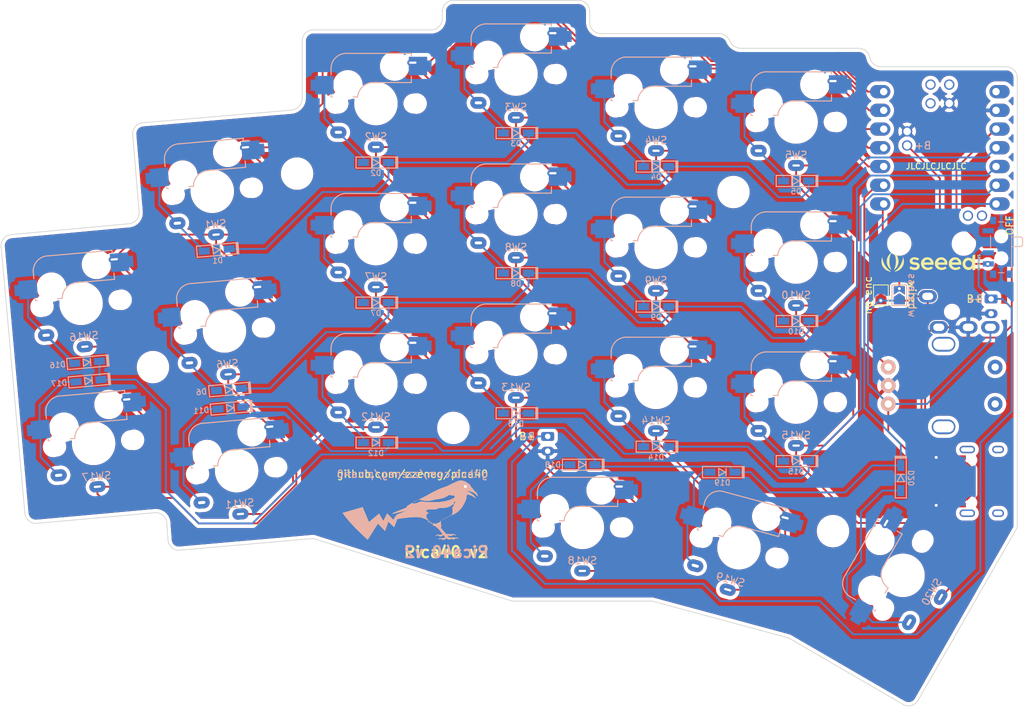
<source format=kicad_pcb>
(kicad_pcb (version 20211014) (generator pcbnew)
  (layers (0 "F.Cu" signal) (31 "B.Cu" signal) (34 "B.Paste" user) (35 "F.Paste" user) (36 "B.SilkS" user "B.Silkscreen") (37 "F.SilkS" user "F.Silkscreen") (38 "B.Mask" user) (39 "F.Mask" user) (44 "Edge.Cuts" user))
  (net 0 "")
  (net 1 "BATT")
  (net 2 "GND")
  (net 3 "RAW")
  (net 4 "row0")
  (net 5 "Net-(D1-Pad2)")
  (net 6 "Net-(D2-Pad2)")
  (net 7 "Net-(D3-Pad2)")
  (net 8 "Net-(D4-Pad2)")
  (net 9 "Net-(D5-Pad2)")
  (net 10 "row1")
  (net 11 "Net-(D6-Pad2)")
  (net 12 "Net-(D7-Pad2)")
  (net 13 "Net-(D8-Pad2)")
  (net 14 "Net-(D9-Pad2)")
  (net 15 "Net-(D10-Pad2)")
  (net 16 "row2")
  (net 17 "Net-(D11-Pad2)")
  (net 18 "Net-(D12-Pad2)")
  (net 19 "Net-(D13-Pad2)")
  (net 20 "Net-(D14-Pad2)")
  (net 21 "Net-(D15-Pad2)")
  (net 22 "row3")
  (net 23 "Net-(D16-Pad2)")
  (net 24 "Net-(D17-Pad2)")
  (net 25 "Net-(D18-Pad2)")
  (net 26 "Net-(D19-Pad2)")
  (net 27 "Net-(D20-Pad2)")
  (net 28 "Net-(U1-Pad7)")
  (net 29 "DATA")
  (net 32 "VCC")
  (net 34 "ENCB")
  (net 35 "ENCA")
  (net 37 "col0")
  (net 38 "col1")
  (net 39 "col2")
  (net 40 "col3")
  (net 41 "col4")
  (footprint "pica:spacer_m2_3.4" (layer "F.Cu") (at 153.5 73.75)
    (fp_text reference "H5" hide)
    (fp_text value "MountingHole" hide)
  )
  (footprint "pica:CherryMX_Hotswap_ChocV2" (layer "F.Cu") (at 143 100.25)
    (fp_text reference "SW14")
    (fp_text value "SW_PUSH" hide)
  )
  (footprint "pica:CherryMX_Hotswap_ChocV2" (layer "F.Cu") (at 105 99.75)
    (fp_text reference "SW12")
    (fp_text value "SW_PUSH" hide)
  )
  (footprint "pica:CherryMX_Hotswap_ChocV2" (layer "F.Cu") (at 84.45 92.6 5)
    (fp_text reference "SW6")
    (fp_text value "SW_PUSH" hide)
  )
  (footprint "pica:spacer_m2_3.4" (layer "F.Cu") (at 74.75 97.5 5)
    (fp_text reference "H3" hide)
    (fp_text value "MountingHole" hide)
  )
  (footprint "pica:CherryMX_Hotswap_ChocV2" (layer "F.Cu") (at 154.25 122 -15)
    (fp_text reference "SW19")
    (fp_text value "SW_PUSH" hide)
  )
  (footprint "pica:HRO-TYPE-C-31-M-12-data" (layer "F.Cu") (at 192 113 90)
    (fp_text reference "USB1" hide)
    (fp_text value "HRO-TYPE-C-31-M-12" hide)
  )
  (footprint "pica:CherryMX_Hotswap_ChocV2" (layer "F.Cu") (at 162 102.25)
    (fp_text reference "SW15")
    (fp_text value "SW_PUSH" hide)
  )
  (footprint "pica:xiao-ble-tht" (layer "F.Cu") (at 181.5 67.75)
    (fp_text reference "U1" hide)
    (fp_text value "xiao-ble" hide)
  )
  (footprint "pica:MJ-4PP-9_1side" (layer "F.Cu") (at 191.65 90 -90)
    (fp_text reference "J1")
    (fp_text value "MJ-4PP-9" hide)
  )
  (footprint "pica:logo_mirror" (layer "F.Cu") (at 110.833844 116.895174)
    (fp_text reference "G***" hide)
    (fp_text value "LOGO" hide)
  )
  (footprint "pica:JST_PH_S2B-PH-K_1x02_P2.00mm" (layer "F.Cu") (at 188.45 88.25 -90)
    (fp_text reference "BATTCONN1" hide)
    (fp_text value "Conn_01x02_Female" hide)
  )
  (footprint "pica:CherryMX_Hotswap_ChocV2" (layer "F.Cu") (at 124 57.75)
    (fp_text reference "SW3")
    (fp_text value "SW_PUSH" hide)
  )
  (footprint "pica:CherryMX_Hotswap_ChocV2" (layer "F.Cu") (at 162 64.25)
    (fp_text reference "SW5")
    (fp_text value "SW_PUSH" hide)
  )
  (footprint "Jumper:SolderJumper-2_P1.3mm_Open_TrianglePad1.0x1.5mm" (layer "F.Cu") (at 173.5 87.75 90)
    (fp_text reference "JP1" hide)
    (fp_text value "SolderJumper_2_Open" hide)
  )
  (footprint "pica:CherryMX_Hotswap_ChocV2" (layer "F.Cu") (at 124 95.75)
    (fp_text reference "SW13")
    (fp_text value "SW_PUSH" hide)
  )
  (footprint "pica:CherryMX_Hotswap_ChocV2" (layer "F.Cu") (at 162 83.25)
    (fp_text reference "SW10")
    (fp_text value "SW_PUSH" hide)
  )
  (footprint "pica:CherryMX_Hotswap_ChocV2_1.5" (layer "F.Cu") (at 176.5 125.75 60)
    (fp_text reference "SW20")
    (fp_text value "SW_PUSH" hide)
  )
  (footprint "pica:CherryMX_Hotswap_ChocV2" (layer "F.Cu") (at 65 88.85 5)
    (fp_text reference "SW16")
    (fp_text value "SW_PUSH" hide)
  )
  (footprint "pica:CherryMX_Hotswap_ChocV2" (layer "F.Cu") (at 124 76.75)
    (fp_text reference "SW8")
    (fp_text value "SW_PUSH" hide)
  )
  (footprint "pica:JST_PH_S2B-PH-K_1x02_P2.00mm" (layer "F.Cu") (at 128.3 106.9 -90)
    (fp_text reference "BATTCONN2" hide)
    (fp_text value "Conn_01x02_Female" hide)
  )
  (footprint "pica:CherryMX_Hotswap_ChocV2" (layer "F.Cu") (at 105 61.75)
    (fp_text reference "SW2")
    (fp_text value "SW_PUSH" hide)
  )
  (footprint "kbd:thread_m2" (layer "F.Cu") (at 184.75 80.75)
    (fp_text reference "H7" hide)
    (fp_text value "MountingHole" hide)
  )
  (footprint "kbd:thread_m2" (layer "F.Cu") (at 176 80.75)
    (fp_text reference "H6" hide)
    (fp_text value "MountingHole" hide)
  )
  (footprint "pica:CherryMX_Hotswap_ChocV2" (layer "F.Cu") (at 86.1 111.55 5)
    (fp_text reference "SW11")
    (fp_text value "SW_PUSH" hide)
  )
  (footprint "Jumper:SolderJumper-2_P1.3mm_Open_TrianglePad1.0x1.5mm" (layer "F.Cu") (at 176 87.75 90)
    (fp_text reference "JP3" hide)
    (fp_text value "SolderJumper_2_Open" hide)
  )
  (footprint "pica:CherryMX_Hotswap_ChocV2" (layer "F.Cu") (at 82.8 73.65 5)
    (fp_text reference "SW1")
    (fp_text value "SW_PUSH" hide)
  )
  (footprint "pica:spacer_m2_3.4" (layer "F.Cu") (at 167 119.75)
    (fp_text reference "H2" hide)
    (fp_text value "MountingHole" hide)
  )
  (footprint "pica:spacer_m2_3.4" (layer "F.Cu") (at 115.5 105.75)
    (fp_text reference "H4" hide)
    (fp_text value "MountingHole" hide)
  )
  (footprint "pica:CherryMX_Hotswap_ChocV2" (layer "F.Cu") (at 105 80.75)
    (fp_text reference "SW7")
    (fp_text value "SW_PUSH" hide)
  )
  (footprint "pica:CherryMX_Hotswap_ChocV2" (layer "F.Cu") (at 66.7 107.85 5)
    (fp_text reference "SW17")
    (fp_text value "SW_PUSH" hide)
  )
  (footprint "pica:CherryMX_Hotswap_ChocV2" (layer "F.Cu") (at 143 81.25)
    (fp_text reference "SW9")
    (fp_text value "SW_PUSH" hide)
  )
  (footprint "pica:spacer_m2_3.4" (layer "F.Cu") (at 94.3 71.25)
    (fp_text reference "H1" hide)
    (fp_text value "MountingHole" hide)
  )
  (footprint "pica:CherryMX_Hotswap_ChocV2" (layer "F.Cu") (at 143 62.25)
    (fp_text reference "SW4")
    (fp_text value "SW_PUSH" hide)
  )
  (footprint "pica:RotaryEncoder_EC11" (layer "F.Cu") (at 182 100)
    (fp_text reference "RE1")
    (fp_text value "RotaryEncoder_Switch" hide)
  )
  (footprint "pica:CherryMX_Hotswap_ChocV2" (layer "F.Cu") (at 133 119.25)
    (fp_text reference "SW18")
    (fp_text value "SW_PUSH" hide)
  )
  (footprint "pica:seeed-logo" (layer "F.Cu") (at 180.25 83.25)
    (fp_text reference "G***" hide)
    (fp_text value "LOGO" hide)
  )
  (footprint "pica:D3_SMD" (layer "B.Cu") (at 105 88.75 180)
    (fp_text reference "D7")
    (fp_text value "D_Small" hide)
  )
  (footprint "pica:D3_SMD" (layer "B.Cu") (at 133 110.75 180)
    (fp_text reference "D18")
    (fp_text value "D_Small" hide)
  )
  (footprint "pica:D3_SMD" (layer "B.Cu") (at 162 91.25 180)
    (fp_text reference "D10")
    (fp_text value "D_Small" hide)
  )
  (footprint "pica:D3_SMD" (layer "B.Cu") (at 83.397246 81.619557 -175)
    (fp_text reference "D1")
    (fp_text value "D_Small" hide)
  )
  (footprint "pica:D3_SMD" (layer "B.Cu") (at 85.271094 103.037743 -175)
    (fp_text reference "D11")
    (fp_text value "D_Small" hide)
  )
  (footprint "Jumper:SolderJumper-2_P1.3mm_Open_TrianglePad1.0x1.5mm" (layer "B.Cu") (at 176 87.75 90)
    (fp_text reference "JP2" hide)
    (fp_text value "SolderJumper_2_Open" hide)
  )
  (footprint "pica:D3_SMD" (layer "B.Cu") (at 105 107.75 180)
    (fp_text reference "D12")
    (fp_text value "D_Small" hide)
  )
  (footprint "pica:D3_SMD" (layer "B.Cu") (at 176.2 112.55 -90)
    (fp_text reference "D20")
    (fp_text value "D_Small" hide)
  )
  (footprint "pica:D3_SMD" (layer "B.Cu") (at 124 84.75 180)
    (fp_text reference "D8")
    (fp_text value "D_Small" hide)
  )
  (footprint "pica:D3_SMD" (layer "B.Cu") (at 162 110.25 180)
    (fp_text reference "D15")
    (fp_text value "D_Small" hide)
  )
  (footprint "pica:D3_SMD" (layer "B.Cu") (at 143 108.2983 180)
    (fp_text reference "D14")
    (fp_text value "D_Small" hide)
  )
  (footprint "pica:D3_SMD" (layer "B.Cu") (at 162 72.25 180)
    (fp_text reference "D5")
    (fp_text value "D_Small" hide)
  )
  (footprint "Button_Switch_SMD:SW_SPDT_PCM12" (layer "B.Cu") (at 189.5 81.25 -90)
    (fp_text reference "BATTSW1" hide)
    (fp_text value "SW_SPDT" hide)
  )
  (footprint "pica:D3_SMD" (layer "B.Cu") (at 124 65.75 180)
    (fp_text reference "D3")
    (fp_text value "D_Small" hide)
  )
  (footprint "pica:D3_SMD" (layer "B.Cu") (at 66 99.35 -175)
    (fp_text reference "D17")
    (fp_text value "D_Small" hide)
  )
  (footprint "pica:logo" (layer "B.Cu") (at 110.833844 116.895174 180)
    (fp_text reference "G***" hide)
    (fp_text value "LOGO" hide)
  )
  (footprint "pica:D3_SMD" (layer "B.Cu") (at 65.8 96.85 -175)
    (fp_text reference "D16")
    (fp_text value "D_Small" hide)
  )
  (footprint "pica:D3_SMD" (layer "B.Cu") (at 124 103.75 180)
    (fp_text reference "D13")
    (fp_text value "D_Small" hide)
  )
  (footprint "pica:D3_SMD" (layer "B.Cu") (at 105 69.75 180)
    (fp_text reference "D2")
    (fp_text value "D_Small" hide)
  )
  (footprint "pica:D3_SMD" (layer "B.Cu") (at 152 111.75 180)
    (fp_text reference "D19")
    (fp_text value "D_Small" hide)
  )
  (footprint "pica:D3_SMD" (layer "B.Cu") (at 143 89.2983 180)
    (fp_text reference "D9")
    (fp_text value "D_Small" hide)
  )
  (footprint "pica:D3_SMD" (layer "B.Cu") (at 85.053205 100.547257 -175)
    (fp_text reference "D6")
    (fp_text value "D_Small" hide)
  )
  (footprint "pica:D3_SMD" (layer "B.Cu") (at 143 70.2983 180)
    (fp_text reference "D4")
    (fp_text value "D_Small" hide)
  )
  (gr_line (start 114 49.25) (end 114 50.25) (layer "Edge.Cuts") (width 0.1))
  (gr_line (start 72 65.974794) (end 72.870412 76.424352) (layer "Edge.Cuts") (width 0.1))
  (gr_line (start 76.625026 118.613557) (end 76.8 121.05) (layer "Edge.Cuts") (width 0.1))
  (gr_arc (start 151.5 52.25) (mid 152.401388 52.522918) (end 153 53.25) (layer "Edge.Cuts") (width 0.1))
  (gr_line (start 154.5 54.25) (end 170.5 54.25) (layer "Edge.Cuts") (width 0.1))
  (gr_arc (start 132.5 47.75) (mid 133.56066 48.18934) (end 134 49.25) (layer "Edge.Cuts") (width 0.1))
  (gr_arc (start 59 118.695189) (mid 57.90507 118.349984) (end 57.374978 117.331632) (layer "Edge.Cuts") (width 0.1))
  (gr_line (start 96.5 51.75) (end 112.5 51.75) (layer "Edge.Cuts") (width 0.1))
  (gr_line (start 132.5 47.75) (end 115.5 47.75) (layer "Edge.Cuts") (width 0.1))
  (gr_arc (start 173.5 56.75) (mid 172.523719 56.396537) (end 172 55.5) (layer "Edge.Cuts") (width 0.1))
  (gr_arc (start 114 50.25) (mid 113.56066 51.31066) (end 112.5 51.75) (layer "Edge.Cuts") (width 0.1))
  (gr_arc (start 178.549038 142.700962) (mid 177.638233 143.399868) (end 176.5 143.25) (layer "Edge.Cuts") (width 0.1))
  (gr_line (start 190.5 56.75) (end 173.5 56.75) (layer "Edge.Cuts") (width 0.1))
  (gr_line (start 176.5 143.25) (end 161 134.25) (layer "Edge.Cuts") (width 0.1))
  (gr_line (start 192 58.25) (end 192 119.25) (layer "Edge.Cuts") (width 0.1))
  (gr_arc (start 75 117.25) (mid 76.094914 117.595225) (end 76.625026 118.613557) (layer "Edge.Cuts") (width 0.1))
  (gr_arc (start 190.5 56.75) (mid 191.56066 57.18934) (end 192 58.25) (layer "Edge.Cuts") (width 0.1))
  (gr_line (start 93.425797 62.650232) (end 73.363558 64.349769) (layer "Edge.Cuts") (width 0.1))
  (gr_arc (start 135.5 52.25) (mid 134.43934 51.81066) (end 134 50.75) (layer "Edge.Cuts") (width 0.1))
  (gr_line (start 59 118.695189) (end 75 117.25) (layer "Edge.Cuts") (width 0.1))
  (gr_line (start 142.5 129.25) (end 123.5 129.25) (layer "Edge.Cuts") (width 0.1))
  (gr_arc (start 114 49.25) (mid 114.43934 48.18934) (end 115.5 47.75) (layer "Edge.Cuts") (width 0.1))
  (gr_arc (start 54.154775 81.15) (mid 54.500013 80.055096) (end 55.518333 79.524974) (layer "Edge.Cuts") (width 0.1))
  (gr_arc (start 170.5 54.25) (mid 171.476281 54.603463) (end 172 55.5) (layer "Edge.Cuts") (width 0.1))
  (gr_line (start 178.549038 142.700962) (end 192 119.25) (layer "Edge.Cuts") (width 0.1))
  (gr_line (start 78.2 122.35) (end 96.5 120.75) (layer "Edge.Cuts") (width 0.1))
  (gr_line (start 54.154775 81.15) (end 57.374978 117.331632) (layer "Edge.Cuts") (width 0.1))
  (gr_line (start 71.506854 78.049377) (end 55.518333 79.524974) (layer "Edge.Cuts") (width 0.1))
  (gr_arc (start 72.870412 76.424352) (mid 72.525181 77.519261) (end 71.506854 78.049377) (layer "Edge.Cuts") (width 0.1))
  (gr_line (start 96.5 120.75) (end 123.5 129.25) (layer "Edge.Cuts") (width 0.1))
  (gr_arc (start 95 61) (mid 94.543319 62.140314) (end 93.425797 62.650232) (layer "Edge.Cuts") (width 0.1))
  (gr_line (start 135.5 52.25) (end 151.5 52.25) (layer "Edge.Cuts") (width 0.1))
  (gr_line (start 142.5 129.25) (end 161 134.25) (layer "Edge.Cuts") (width 0.1))
  (gr_line (start 134 50.75) (end 134 49.25) (layer "Edge.Cuts") (width 0.1))
  (gr_arc (start 72 65.974794) (mid 72.345228 64.879882) (end 73.363558 64.349769) (layer "Edge.Cuts") (width 0.1))
  (gr_line (start 95 53.25) (end 95 61) (layer "Edge.Cuts") (width 0.1))
  (gr_arc (start 154.5 54.25) (mid 153.598612 53.977082) (end 153 53.25) (layer "Edge.Cuts") (width 0.1))
  (gr_arc (start 95 53.25) (mid 95.43934 52.18934) (end 96.5 51.75) (layer "Edge.Cuts") (width 0.1))
  (gr_arc (start 78.2 122.35) (mid 77.25732 121.961348) (end 76.8 121.05) (layer "Edge.Cuts") (width 0.1))
  (gr_text "B+" (at 186.25 88.25) (layer "B.SilkS") (effects (font (size 1 1)) (justify mirror)))
  (gr_text "Pica40 v2" (at 114.55 122.6) (layer "B.SilkS") (effects (font (size 1.5 1.5) (thickness 0.3)) (justify mirror)))
  (gr_text "B+" (at 125.45 106.9) (layer "B.SilkS") (effects (font (size 1 1)) (justify mirror)))
  (gr_text "wireless" (at 177.75 87.75 270) (layer "B.SilkS") (effects (font (size 1 1)) (justify mirror)))
  (gr_text "github.com/zzeneg/pica40" (at 109.95 112) (layer "B.SilkS") (effects (font (size 1 1)) (justify mirror)))
  (gr_text "github.com/zzeneg/pica40" (at 109.95 112) (layer "F.SilkS") (effects (font (size 1 1))))
  (gr_text "Pica40 v2" (at 114.55 122.6) (layer "F.SilkS") (effects (font (size 1.5 1.5) (thickness 0.3))))
  (gr_text "wired" (at 177.75 87.75 270) (layer "F.SilkS") (effects (font (size 1 1))))
  (gr_text "B+" (at 186.25 88.25) (layer "F.SilkS") (effects (font (size 1 1))))
  (gr_text "OFF" (at 191 78.25 90) (layer "F.SilkS") (effects (font (size 1 1))))
  (gr_text "JLCJLCJLCJLC" (at 181 70.25) (layer "F.SilkS") (effects (font (size 0.8 0.8))))
  (gr_text "no enc" (at 171.75 87.75 90) (layer "F.SilkS") (effects (font (size 1 1))))
  (gr_text "B+" (at 125.55 106.9) (layer "F.SilkS") (effects (font (size 1 1))))
  (segment (start 187.25 82) (end 186.75 82.5) (width 0.25) (layer "B.Cu") (net 1))
  (segment (start 169.75 133.75) (end 165.25 129.25) (width 0.25) (layer "B.Cu") (net 1))
  (segment (start 188.07 82) (end 187.25 82) (width 0.25) (layer "B.Cu") (net 1))
  (segment (start 187 107.75) (end 187 125.125) (width 0.25) (layer "B.Cu") (net 1))
  (segment (start 191.25 89.5) (end 191.25 103.5) (width 0.25) (layer "B.Cu") (net 1))
  (segment (start 126.95 106.9) (end 128.3 106.9) (width 0.25) (layer "B.Cu") (net 1))
  (segment (start 186.75 82.5) (end 186.75 86.5) (width 0.25) (layer "B.Cu") (net 1))
  (segment (start 188.5 88.25) (end 190 88.25) (width 0.25) (layer "B.Cu") (net 1))
  (segment (start 127.954758 126.904758) (end 123.45 122.4) (width 0.25) (layer "B.Cu") (net 1))
  (segment (start 123.45 110.4) (end 126.95 106.9) (width 0.25) (layer "B.Cu") (net 1))
  (segment (start 187 125.125) (end 178.375 133.75) (width 0.25) (layer "B.Cu") (net 1))
  (segment (start 191.25 103.5) (end 187 107.75) (width 0.25) (layer "B.Cu") (net 1))
  (segment (start 165.25 129.25) (end 151.75 129.25) (width 0.25) (layer "B.Cu") (net 1))
  (segment (start 190 88.25) (end 191.25 89.5) (width 0.25) (layer "B.Cu") (net 1))
  (segment (start 178.375 133.75) (end 169.75 133.75) (width 0.25) (layer "B.Cu") (net 1))
  (segment (start 151.75 129.25) (end 149.404758 126.904758) (width 0.25) (layer "B.Cu") (net 1))
  (segment (start 149.404758 126.904758) (end 127.954758 126.904758) (width 0.25) (layer "B.Cu") (net 1))
  (segment (start 123.45 122.4) (end 123.45 110.4) (width 0.25) (layer "B.Cu") (net 1))
  (segment (start 186.75 86.5) (end 188.5 88.25) (width 0.25) (layer "B.Cu") (net 1))
  (segment (start 183.805 116.225) (end 181.275 116.225) (width 0.25) (layer "F.Cu") (net 2))
  (segment (start 183.805 109.775) (end 181.275 109.775) (width 0.25) (layer "F.Cu") (net 2))
  (via (at 181 109.75) (size 0.8) (drill 0.4) (layers "F.Cu" "B.Cu") (net 2))
  (via (at 181 116.25) (size 0.8) (drill 0.4) (layers "F.Cu" "B.Cu") (net 2))
  (via (at 117.133844 113.695174) (size 0.8) (drill 0.4) (layers "F.Cu" "B.Cu") (net 2))
  (segment (start 181.5 80.5) (end 181.5 71.878) (width 0.25) (layer "F.Cu") (net 3))
  (segment (start 181.5 71.878) (end 177.055 67.433) (width 0.25) (layer "F.Cu") (net 3))
  (segment (start 184.5 83.5) (end 181.5 80.5) (width 0.25) (layer "F.Cu") (net 3))
  (segment (start 188 83.5) (end 184.5 83.5) (width 0.25) (layer "F.Cu") (net 3))
  (via (at 188 83.5) (size 0.8) (drill 0.4) (layers "F.Cu" "B.Cu") (net 3))
  (segment (start 144.7 70.2983) (end 155.4483 70.2983) (width 0.25) (layer "B.Cu") (net 4))
  (segment (start 132.1 65.75) (end 139.1 72.75) (width 0.25) (layer "B.Cu") (net 4))
  (segment (start 187.805 69.065) (end 189.12 67.75) (width 0.25) (layer "B.Cu") (net 4))
  (segment (start 125.7 66.85) (end 125.7 65.75) (width 0.25) (layer "B.Cu") (net 4))
  (segment (start 163.7 73.55) (end 163.7 72.25) (width 0.25) (layer "B.Cu") (net 4))
  (segment (start 122.8 69.75) (end 125.7 66.85) (width 0.25) (layer "B.Cu") (net 4))
  (segment (start 139.1 72.75) (end 143.5 72.75) (width 0.25) (layer "B.Cu") (net 4))
  (segment (start 162.8 74.45) (end 163.7 73.55) (width 0.25) (layer "B.Cu") (net 4))
  (segment (start 105 73.75) (end 106.7 72.05) (width 0.25) (layer "B.Cu") (net 4))
  (segment (start 125.7 65.75) (end 132.1 65.75) (width 0.25) (layer "B.Cu") (net 4))
  (segment (start 159.6 74.45) (end 162.8 74.45) (width 0.25) (layer "B.Cu") (net 4))
  (segment (start 106.7 72.05) (end 106.7 69.75) (width 0.25) (layer "B.Cu") (net 4))
  (segment (start 163.7 72.25) (end 168.5 72.25) (width 0.25) (layer "B.Cu") (net 4))
  (segment (start 155.4483 70.2983) (end 159.6 74.45) (width 0.25) (layer "B.Cu") (net 4))
  (segment (start 97.75 73.75) (end 105 73.75) (width 0.25) (layer "B.Cu") (net 4))
  (segment (start 171.685 69.065) (end 187.805 69.065) (width 0.25) (layer "B.Cu") (net 4))
  (segment (start 106.7 69.75) (end 122.8 69.75) (width 0.25) (layer "B.Cu") (net 4))
  (segment (start 168.5 72.25) (end 171.685 69.065) (width 0.25) (layer "B.Cu") (net 4))
  (segment (start 144.7 71.55) (end 144.7 70.2983) (width 0.25) (layer "B.Cu") (net 4))
  (segment (start 143.5 72.75) (end 144.7 71.55) (width 0.25) (layer "B.Cu") (net 4))
  (segment (start 85.090777 81.471392) (end 90.028608 81.471392) (width 0.25) (layer "B.Cu") (net 4))
  (segment (start 90.028608 81.471392) (end 97.75 73.75) (width 0.25) (layer "B.Cu") (net 4))
  (segment (start 75.608748 75.529088) (end 78.059314 77.979654) (width 0.25) (layer "B.Cu") (net 5))
  (segment (start 78.059314 78.123321) (end 81.703715 81.767722) (width 0.25) (layer "B.Cu") (net 5))
  (segment (start 75.608748 71.769603) (end 75.608748 75.529088) (width 0.25) (layer "B.Cu") (net 5))
  (segment (start 78.059314 77.979654) (end 78.059314 78.123321) (width 0.25) (layer "B.Cu") (net 5))
  (segment (start 98 59.25) (end 98 63.75) (width 0.25) (layer "B.Cu") (net 6))
  (segment (start 99.9 65.65) (end 103.3 69.05) (width 0.25) (layer "B.Cu") (net 6))
  (segment (start 98 63.75) (end 99.9 65.65) (width 0.25) (layer "B.Cu") (net 6))
  (segment (start 103.3 69.05) (end 103.3 69.75) (width 0.25) (layer "B.Cu") (net 6))
  (segment (start 117 55.25) (end 117 59.75) (width 0.25) (layer "B.Cu") (net 7))
  (segment (start 117 59.75) (end 118.9 61.65) (width 0.25) (layer "B.Cu") (net 7))
  (segment (start 122.3 65.05) (end 122.3 65.75) (width 0.25) (layer "B.Cu") (net 7))
  (segment (start 118.9 61.65) (end 122.3 65.05) (width 0.25) (layer "B.Cu") (net 7))
  (segment (start 137.9 66.15) (end 141.3 69.55) (width 0.25) (layer "B.Cu") (net 8))
  (segment (start 136 64.25) (end 137.9 66.15) (width 0.25) (layer "B.Cu") (net 8))
  (segment (start 136 59.75) (end 136 64.25) (width 0.25) (layer "B.Cu") (net 8))
  (segment (start 141.3 69.55) (end 141.3 70.2983) (width 0.25) (layer "B.Cu") (net 8))
  (segment (start 155 61.75) (end 155 66.25) (width 0.25) (layer "B.Cu") (net 9))
  (segment (start 155 66.25) (end 156.9 68.15) (width 0.25) (layer "B.Cu") (net 9))
  (segment (start 156.9 68.15) (end 160.3 71.55) (width 0.25) (layer "B.Cu") (net 9))
  (segment (start 160.3 71.55) (end 160.3 72.25) (width 0.25) (layer "B.Cu") (net 9))
  (segment (start 144.7 90.55) (end 144.7 89.2983) (width 0.25) (layer "B.Cu") (net 10))
  (segment (start 165.6 91.25) (end 170.25 86.6) (width 0.25) (layer "B.Cu") (net 10))
  (segment (start 170.25 73.3) (end 172.035 71.515) (width 0.25) (layer "B.Cu") (net 10))
  (segment (start 106.7 90.55) (end 106.7 88.75) (width 0.25) (layer "B.Cu") (net 10))
  (segment (start 163.7 92.65) (end 163.7 91.25) (width 0.25) (layer "B.Cu") (net 10))
  (segment (start 133.9 84.75) (end 140.6 91.45) (width 0.25) (layer "B.Cu") (net 10))
  (segment (start 172.035 71.515) (end 187.895 71.515) (width 0.25) (layer "B.Cu") (net 10))
  (segment (start 125.7 84.75) (end 133.9 84.75) (width 0.25) (layer "B.Cu") (net 10))
  (segment (start 144.7 89.2983) (end 154.5483 89.2983) (width 0.25) (layer "B.Cu") (net 10))
  (segment (start 106.7 88.75) (end 123.5 88.75) (width 0.25) (layer "B.Cu") (net 10))
  (segment (start 154.5483 89.2983) (end 158.8 93.55) (width 0.25) (layer "B.Cu") (net 10))
  (segment (start 143.8 91.45) (end 144.7 90.55) (width 0.25) (layer "B.Cu") (net 10))
  (segment (start 163.7 91.25) (end 165.6 91.25) (width 0.25) (layer "B.Cu") (net 10))
  (segment (start 140.6 91.45) (end 143.8 91.45) (width 0.25) (layer "B.Cu") (net 10))
  (segment (start 90.600908 100.399092) (end 98.25 92.75) (width 0.25) (layer "B.Cu") (net 10))
  (segment (start 170.25 86.6) (end 170.25 73.3) (width 0.25) (layer "B.Cu") (net 10))
  (segment (start 104.5 92.75) (end 106.7 90.55) (width 0.25) (layer "B.Cu") (net 10))
  (segment (start 158.8 93.55) (end 162.8 93.55) (width 0.25) (layer "B.Cu") (net 10))
  (segment (start 187.895 71.515) (end 189.12 70.29) (width 0.25) (layer "B.Cu") (net 10))
  (segment (start 162.8 93.55) (end 163.7 92.65) (width 0.25) (layer "B.Cu") (net 10))
  (segment (start 123.5 88.75) (end 125.7 86.55) (width 0.25) (layer "B.Cu") (net 10))
  (segment (start 98.25 92.75) (end 104.5 92.75) (width 0.25) (layer "B.Cu") (net 10))
  (segment (start 125.7 86.55) (end 125.7 84.75) (width 0.25) (layer "B.Cu") (net 10))
  (segment (start 86.746736 100.399092) (end 90.600908 100.399092) (width 0.25) (layer "B.Cu") (net 10))
  (segment (start 79.709314 97.045062) (end 83.359674 100.695422) (width 0.25) (layer "B.Cu") (net 11))
  (segment (start 77.258748 94.479088) (end 79.709314 96.929654) (width 0.25) (layer "B.Cu") (net 11))
  (segment (start 77.258748 90.719603) (end 77.258748 94.479088) (width 0.25) (layer "B.Cu") (net 11))
  (segment (start 79.709314 96.929654) (end 79.709314 97.045062) (width 0.25) (layer "B.Cu") (net 11))
  (segment (start 103.3 88.05) (end 103.3 88.75) (width 0.25) (layer "B.Cu") (net 12))
  (segment (start 98 78.25) (end 98 82.75) (width 0.25) (layer "B.Cu") (net 12))
  (segment (start 99.9 84.65) (end 103.3 88.05) (width 0.25) (layer "B.Cu") (net 12))
  (segment (start 98 82.75) (end 99.9 84.65) (width 0.25) (layer "B.Cu") (net 12))
  (segment (start 117 78.75) (end 118.9 80.65) (width 0.25) (layer "B.Cu") (net 13))
  (segment (start 118.9 80.65) (end 122.3 84.05) (width 0.25) (layer "B.Cu") (net 13))
  (segment (start 117 74.25) (end 117 78.75) (width 0.25) (layer "B.Cu") (net 13))
  (segment (start 122.3 84.05) (end 122.3 84.75) (width 0.25) (layer "B.Cu") (net 13))
  (segment (start 137.9 85.15) (end 141.3 88.55) (width 0.25) (layer "B.Cu") (net 14))
  (segment (start 136 78.75) (end 136 83.25) (width 0.25) (layer "B.Cu") (net 14))
  (segment (start 136 83.25) (end 137.9 85.15) (width 0.25) (layer "B.Cu") (net 14))
  (segment (start 141.3 88.55) (end 141.3 89.2983) (width 0.25) (layer "B.Cu") (net 14))
  (segment (start 155 80.75) (end 155 85.25) (width 0.25) (layer "B.Cu") (net 15))
  (segment (start 155 85.25) (end 156.9 87.15) (width 0.25) (layer "B.Cu") (net 15))
  (segment (start 156.9 87.15) (end 160.3 90.55) (width 0.25) (layer "B.Cu") (net 15))
  (segment (start 160.3 90.55) (end 160.3 91.25) (width 0.25) (layer "B.Cu") (net 15))
  (segment (start 144.25 109.25) (end 144.7 108.8) (width 0.25) (layer "B.Cu") (net 16))
  (segment (start 106.7 107.75) (end 106.7 108.45) (width 0.25) (layer "B.Cu") (net 16))
  (segment (start 92.889578 102.889578) (end 86.964625 102.889578) (width 0.25) (layer "B.Cu") (net 16))
  (segment (start 124.25 103.75) (end 125.7 103.75) (width 0.25) (layer "B.Cu") (net 16))
  (segment (start 112.9 107.75) (end 114 108.85) (width 0.25) (layer "B.Cu") (net 16))
  (segment (start 159.7 112.55) (end 162.8 112.55) (width 0.25) (layer "B.Cu") (net 16))
  (segment (start 144.7 108.2983) (end 155.4483 108.2983) (width 0.25) (layer "B.Cu") (net 16))
  (segment (start 170.75 103.2) (end 170.75 75.7) (width 0.25) (layer "B.Cu") (net 16))
  (segment (start 144.7 108.8) (end 144.7 108.2983) (width 0.25) (layer "B.Cu") (net 16))
  (segment (start 163.7 110.25) (end 170.75 103.2) (width 0.25) (layer "B.Cu") (net 16))
  (segment (start 163.7 111.65) (end 163.7 110.25) (width 0.25) (layer "B.Cu") (net 16))
  (segment (start 106.7 108.45) (end 106.25 108.9) (width 0.25) (layer "B.Cu") (net 16))
  (segment (start 187.895 74.055) (end 189.12 72.83) (width 0.25) (layer "B.Cu") (net 16))
  (segment (start 125.7 103.75) (end 133.2 103.75) (width 0.25) (layer "B.Cu") (net 16))
  (segment (start 155.4483 108.2983) (end 159.7 112.55) (width 0.25) (layer "B.Cu") (net 16))
  (segment (start 98.9 108.9) (end 92.889578 102.889578) (width 0.25) (layer "B.Cu") (net 16))
  (segment (start 172.395 74.055) (end 187.895 74.055) (width 0.25) (layer "B.Cu") (net 16))
  (segment (start 170.75 75.7) (end 172.395 74.055) (width 0.25) (layer "B.Cu") (net 16))
  (segment (start 106.25 108.9) (end 98.9 108.9) (width 0.25) (layer "B.Cu") (net 16))
  (segment (start 114 108.85) (end 119.15 108.85) (width 0.25) (layer "B.Cu") (net 16))
  (segment (start 106.7 107.75) (end 112.9 107.75) (width 0.25) (layer "B.Cu") (net 16))
  (segment (start 119.15 108.85) (end 124.25 103.75) (width 0.25) (layer "B.Cu") (net 16))
  (segment (start 138.7 109.25) (end 144.25 109.25) (width 0.25) (layer "B.Cu") (net 16))
  (segment (start 133.2 103.75) (end 138.7 109.25) (width 0.25) (layer "B.Cu") (net 16))
  (segment (start 162.8 112.55) (end 163.7 111.65) (width 0.25) (layer "B.Cu") (net 16))
  (segment (start 82.064092 103.185908) (end 83.577563 103.185908) (width 0.25) (layer "B.Cu") (net 17))
  (segment (start 78.908748 109.669603) (end 78.908748 113.429088) (width 0.25) (layer "B.Cu") (net 17))
  (segment (start 78.908748 106.341252) (end 82.064092 103.185908) (width 0.25) (layer "B.Cu") (net 17))
  (segment (start 78.908748 109.669603) (end 78.908748 106.341252) (width 0.25) (layer "B.Cu") (net 17))
  (segment (start 78.908748 113.429088) (end 81.359314 115.879654) (width 0.25) (layer "B.Cu") (net 17))
  (segment (start 99.9 103.65) (end 103.3 107.05) (width 0.25) (layer "B.Cu") (net 18))
  (segment (start 103.3 107.05) (end 103.3 107.75) (width 0.25) (layer "B.Cu") (net 18))
  (segment (start 97.75 101.5) (end 99.9 103.65) (width 0.25) (layer "B.Cu") (net 18))
  (segment (start 98 97.25) (end 97.75 97.25) (width 0.25) (layer "B.Cu") (net 18))
  (segment (start 97.75 97.25) (end 97.75 101.5) (width 0.25) (layer "B.Cu") (net 18))
  (segment (start 118.9 99.65) (end 122.3 103.05) (width 0.25) (layer "B.Cu") (net 19))
  (segment (start 122.3 103.05) (end 122.3 103.75) (width 0.25) (layer "B.Cu") (net 19))
  (segment (start 117 97.75) (end 118.9 99.65) (width 0.25) (layer "B.Cu") (net 19))
  (segment (start 117 93.25) (end 117 97.75) (width 0.25) (layer "B.Cu") (net 19))
  (segment (start 136 97.75) (end 136 102.25) (width 0.25) (layer "B.Cu") (net 20))
  (segment (start 136 102.25) (end 137.9 104.15) (width 0.25) (layer "B.Cu") (net 20))
  (segment (start 137.9 104.15) (end 141.3 107.55) (width 0.25) (layer "B.Cu") (net 20))
  (segment (start 141.3 107.55) (end 141.3 108.2983) (width 0.25) (layer "B.Cu") (net 20))
  (segment (start 155 104.25) (end 156.9 106.15) (width 0.25) (layer "B.Cu") (net 21))
  (segment (start 155 99.75) (end 155 104.25) (width 0.25) (layer "B.Cu") (net 21))
  (segment (start 160.3 109.55) (end 160.3 110.25) (width 0.25) (layer "B.Cu") (net 21))
  (segment (start 156.9 106.15) (end 160.3 109.55) (width 0.25) (layer "B.Cu") (net 21))
  (segment (start 189.12 75.37) (end 176.38 75.37) (width 0.25) (layer "B.Cu") (net 22))
  (segment (start 120.9 109.35) (end 97.6 109.35) (width 0.25) (layer "B.Cu") (net 22))
  (segment (start 155.8 111.75) (end 153.7 111.75) (width 0.25) (layer "B.Cu") (net 22))
  (segment (start 149.275 110.95) (end 152.9 110.95) (width 0.25) (layer "B.Cu") (net 22))
  (segment (start 171.25 80.5) (end 171.25 103) (width 0.25) (layer "B.Cu") (net 22))
  (segment (start 76.5 114.25) (end 76.5 103.25) (width 0.25) (layer "B.Cu") (net 22))
  (segment (start 134.95 111) (end 149.225 111) (width 0.25) (layer "B.Cu") (net 22))
  (segment (start 176.2 107.95) (end 176.2 110.85) (width 0.25) (layer "B.Cu") (net 22))
  (segment (start 130.5 105.75) (end 124.5 105.75) (width 0.25) (layer "B.Cu") (net 22))
  (segment (start 72.451835 99.201835) (end 67.693531 99.201835) (width 0.25) (layer "B.Cu") (net 22))
  (segment (start 134.7 110.75) (end 134.7 109.95) (width 0.25) (layer "B.Cu") (net 22))
  (segment (start 76.5 103.25) (end 72.451835 99.201835) (width 0.25) (layer "B.Cu") (net 22))
  (segment (start 80.95 118.7) (end 76.5 114.25) (width 0.25) (layer "B.Cu") (net 22))
  (segment (start 149.225 111) (end 149.275 110.95) (width 0.25) (layer "B.Cu") (net 22))
  (segment (start 171.25 103) (end 176.2 107.95) (width 0.25) (layer "B.Cu") (net 22))
  (segment (start 97.6 109.35) (end 88.25 118.7) (width 0.25) (layer "B.Cu") (net 22))
  (segment (start 67.493531 96.701835) (end 67.493531 99.001835) (width 0.25) (layer "B.Cu") (net 22))
  (segment (start 152.9 110.95) (end 153.7 111.75) (width 0.25) (layer "B.Cu") (net 22))
  (segment (start 134.7 109.95) (end 130.5 105.75) (width 0.25) (layer "B.Cu") (net 22))
  (segment (start 176.2 110.85) (end 172.3 110.85) (width 0.25) (layer "B.Cu") (net 22))
  (segment (start 168.65 114.5) (end 158.55 114.5) (width 0.25) (layer "B.Cu") (net 22))
  (segment (start 134.7 110.75) (end 134.95 111) (width 0.25) (layer "B.Cu") (net 22))
  (segment (start 172.3 110.85) (end 168.65 114.5) (width 0.25) (layer "B.Cu") (net 22))
  (segment (start 88.25 118.7) (end 80.95 118.7) (width 0.25) (layer "B.Cu") (net 22))
  (segment (start 158.55 114.5) (end 155.8 111.75) (width 0.25) (layer "B.Cu") (net 22))
  (segment (start 124.5 105.75) (end 120.9 109.35) (width 0.25) (layer "B.Cu") (net 22))
  (segment (start 176.38 75.37) (end 171.25 80.5) (width 0.25) (layer "B.Cu") (net 22))
  (segment (start 67.493531 99.001835) (end 67.693531 99.201835) (width 0.25) (layer "B.Cu") (net 22))
  (segment (start 60.259314 93.25101) (end 64.006469 96.998165) (width 0.25) (layer "B.Cu") (net 23))
  (segment (start 60.259314 93.179654) (end 60.287958 93.179654) (width 0.25) (layer "B.Cu") (net 23))
  (segment (start 60.287958 93.179654) (end 64.106469 96.998165) (width 0.25) (layer "B.Cu") (net 23))
  (segment (start 57.808748 90.729088) (end 60.259314 93.179654) (width 0.25) (layer "B.Cu") (net 23))
  (segment (start 57.808748 86.969603) (end 57.808748 90.729088) (width 0.25) (layer "B.Cu") (net 23))
  (segment (start 60.259314 93.179654) (end 60.259314 93.25101) (width 0.25) (layer "B.Cu") (net 23))
  (segment (start 59.375 102.625) (end 62.501835 99.498165) (width 0.25) (layer "B.Cu") (net 24))
  (segment (start 59.508748 105.969603) (end 59.375 105.835855) (width 0.25) (layer "B.Cu") (net 24))
  (segment (start 59.508748 109.729088) (end 61.959314 112.179654) (width 0.25) (layer "B.Cu") (net 24))
  (segment (start 59.508748 105.969603) (end 59.508748 109.729088) (width 0.25) (layer "B.Cu") (net 24))
  (segment (start 62.501835 99.498165) (end 64.306469 99.498165) (width 0.25) (layer "B.Cu") (net 24))
  (segment (start 59.375 105.835855) (end 59.375 102.625) (width 0.25) (layer "B.Cu") (net 24))
  (segment (start 126 114.25) (end 129.5 110.75) (width 0.25) (layer "B.Cu") (net 25))
  (segment (start 129.5 110.75) (end 131.3 110.75) (width 0.25) (layer "B.Cu") (net 25))
  (segment (start 126 116.75) (end 126 121.25) (width 0.25) (layer "B.Cu") (net 25))
  (segment (start 126 116.75) (end 126 114.25) (width 0.25) (layer "B.Cu") (net 25))
  (segment (start 126 121.25) (end 127.9 123.15) (width 0.25) (layer "B.Cu") (net 25))
  (segment (start 149.25 111.75) (end 150.3 111.75) (width 0.25) (layer "B.Cu") (net 26))
  (segment (start 147.25 123.38275) (end 148.314384 124.447134) (width 0.25) (layer "B.Cu") (net 26))
  (segment (start 148.135567 117.773452) (end 148.134204 117.773452) (width 0.25) (layer "B.Cu") (net 26))
  (segment (start 148.134204 117.773452) (end 147.25 118.657656) (width 0.25) (layer "B.Cu") (net 26))
  (segment (start 148.135567 112.864433) (end 149.25 111.75) (width 0.25) (layer "B.Cu") (net 26))
  (segment (start 147.25 118.657656) (end 147.25 123.38275) (width 0.25) (layer "B.Cu") (net 26))
  (segment (start 148.135567 117.773452) (end 148.135567 112.864433) (width 0.25) (layer "B.Cu") (net 26))
  (segment (start 176.2 114.25) (end 173.7 114.25) (width 0.25) (layer "B.Cu") (net 27))
  (segment (start 170.8 123.85) (end 168.9 125.75) (width 0.25) (layer "B.Cu") (net 27))
  (segment (start 168.9 128.627242) (end 170.834936 130.562178) (width 0.25) (layer "B.Cu") (net 27))
  (segment (start 168.9 125.75) (end 168.9 128.627242) (width 0.25) (layer "B.Cu") (net 27))
  (segment (start 172.389488 132.11673) (end 177.327499 132.11673) (width 0.25) (layer "B.Cu") (net 27))
  (segment (start 170.834936 130.562178) (end 172.389488 132.11673) (width 0.25) (layer "B.Cu") (net 27))
  (segment (start 173.7 114.25) (end 170.8 117.15) (width 0.25) (layer "B.Cu") (net 27))
  (segment (start 170.8 117.15) (end 170.8 123.85) (width 0.25) (layer "B.Cu") (net 27))
  (segment (start 173.75 75.5) (end 173.75 81.75) (width 0.25) (layer "F.Cu") (net 28))
  (segment (start 176 84) (end 176 86.85) (width 0.25) (layer "F.Cu") (net 28))
  (segment (start 173.88 75.37) (end 173.75 75.5) (width 0.25) (layer "F.Cu") (net 28))
  (segment (start 173.75 81.75) (end 176 84) (width 0.25) (layer "F.Cu") (net 28))
  (via (at 176 86.85) (size 0.8) (drill 0.4) (layers "F.Cu" "B.Cu") (net 28))
  (segment (start 176 87.025) (end 176 86.85) (width 0.25) (layer "B.Cu") (net 28))
  (segment (start 177.525 88.475) (end 178 88) (width 0.25) (layer "F.Cu") (net 29))
  (segment (start 176 88.475) (end 177.525 88.475) (width 0.25) (layer "F.Cu") (net 29))
  (segment (start 178.1 87.9) (end 179.85 87.9) (width 0.25) (layer "F.Cu") (net 29))
  (segment (start 185.2 113.25) (end 183.805 113.25) (width 0.25) (layer "F.Cu") (net 29))
  (segment (start 183.805 112.25) (end 185.2 112.25) (width 0.25) (layer "F.Cu") (net 29))
  (segment (start 185.5 112.95) (end 185.2 113.25) (width 0.25) (layer "F.Cu") (net 29))
  (segment (start 183.805 112.25) (end 181.25 112.25) (width 0.25) (layer "F.Cu") (net 29))
  (segment (start 185.5 112.55) (end 185.5 112.95) (width 0.25) (layer "F.Cu") (net 29))
  (segment (start 181.25 112.25) (end 179 110) (width 0.25) (layer "F.Cu") (net 29))
  (segment (start 185.2 112.25) (end 185.5 112.55) (width 0.25) (layer "F.Cu") (net 29))
  (segment (start 179 110) (end 179 91.25) (width 0.25) (layer "F.Cu") (net 29))
  (segment (start 179.85 90.4) (end 179.85 87.9) (width 0.25) (layer "F.Cu") (net 29))
  (segment (start 179 91.25) (end 179.85 90.4) (width 0.25) (layer "F.Cu") (net 29))
  (segment (start 178 88) (end 178.1 87.9) (width 0.25) (layer "F.Cu") (net 29))
  (segment (start 185.2 110.55) (end 183.805 110.55) (width 0.25) (layer "F.Cu") (net 32))
  (segment (start 183.805 115.45) (end 185.179998 115.45) (width 0.25) (layer "F.Cu") (net 32))
  (segment (start 190 81.25) (end 191.25 82.5) (width 0.25) (layer "F.Cu") (net 32))
  (segment (start 187.5 81.25) (end 190 81.25) (width 0.25) (layer "F.Cu") (net 32))
  (segment (start 181.35 92.1) (end 180.65 92.1) (width 0.25) (layer "F.Cu") (net 32))
  (segment (start 189.625 93.5) (end 184.25 93.5) (width 0.25) (layer "F.Cu") (net 32))
  (segment (start 179.5 93.25) (end 179.5 109.75) (width 0.25) (layer "F.Cu") (net 32))
  (segment (start 189.12 65.21) (end 189.04 65.21) (width 0.25) (layer "F.Cu") (net 32))
  (segment (start 191.25 91.875) (end 189.625 93.5) (width 0.25) (layer "F.Cu") (net 32))
  (segment (start 180.65 92.1) (end 179.5 93.25) (width 0.25) (layer "F.Cu") (net 32))
  (segment (start 182.85 92.1) (end 181.35 92.1) (width 0.25) (layer "F.Cu") (net 32))
  (segment (start 185.179998 115.45) (end 185.95 114.679998) (width 0.25) (layer "F.Cu") (net 32))
  (segment (start 179.5 109.75) (end 180.3 110.55) (width 0.25) (layer "F.Cu") (net 32))
  (segment (start 183.75 77.5) (end 187.5 81.25) (width 0.25) (layer "F.Cu") (net 32))
  (segment (start 183.75 70.5) (end 183.75 77.5) (width 0.25) (layer "F.Cu") (net 32))
  (segment (start 184.25 93.5) (end 182.85 92.1) (width 0.25) (layer "F.Cu") (net 32))
  (segment (start 185.95 111.3) (end 185.2 110.55) (width 0.25) (layer "F.Cu") (net 32))
  (segment (start 185.95 114.679998) (end 185.95 111.3) (width 0.25) (layer "F.Cu") (net 32))
  (segment (start 191.25 82.5) (end 191.25 91.875) (width 0.25) (layer "F.Cu") (net 32))
  (segment (start 189.04 65.21) (end 183.75 70.5) (width 0.25) (layer "F.Cu") (net 32))
  (segment (start 180.3 110.55) (end 183.805 110.55) (width 0.25) (layer "F.Cu") (net 32))
  (segment (start 181 112.75) (end 183.805 112.75) (width 0.25) (layer "F.Cu") (net 34))
  (segment (start 181 112.75) (end 174.5 106.25) (width 0.25) (layer "F.Cu") (net 34))
  (segment (start 181 112.75) (end 182 113.75) (width 0.25) (layer "F.Cu") (net 34))
  (segment (start 174.5 106.25) (end 174.5 102.5) (width 0.25) (layer "F.Cu") (net 34))
  (segment (start 182 113.75) (end 183.805 113.75) (width 0.25) (layer "F.Cu") (net 34))
  (via (at 173.475 88.475) (size 0.8) (drill 0.4) (layers "F.Cu" "B.Cu") (net 34))
  (segment (start 188.35 93.9) (end 188.35 92.1) (width 0.25) (layer "B.Cu") (net 34))
  (segment (start 173.475 88.475) (end 176 88.475) (width 0.25) (layer "B.Cu") (net 34))
  (segment (start 174.5 102.5) (end 171.75 99.75) (width 0.25) (layer "B.Cu") (net 34))
  (segment (start 179.75 102.5) (end 188.35 93.9) (width 0.25) (layer "B.Cu") (net 34))
  (segment (start 171.75 90) (end 173.525 88.225) (width 0.25) (layer "B.Cu") (net 34))
  (segment (start 174.5 102.5) (end 179.75 102.5) (width 0.25) (layer "B.Cu") (net 34))
  (segment (start 171.75 99.75) (end 171.75 90) (width 0.25) (layer "B.Cu") (net 34))
  (segment (start 171.25 88.75) (end 171.25 94.25) (width 0.25) (layer "F.Cu") (net 35))
  (segment (start 173.5 84) (end 173.5 87.025) (width 0.25) (layer "F.Cu") (net 35))
  (segment (start 171.25 94.25) (end 174.5 97.5) (width 0.25) (layer "F.Cu") (net 35))
  (segment (start 173.5 87.025) (end 172.975 87.025) (width 0.25) (layer "F.Cu") (net 35))
  (segment (start 173.88 72.83) (end 172.92 72.83) (width 0.25) (layer "F.Cu") (net 35))
  (segment (start 171.25 81.75) (end 173.5 84) (width 0.25) (layer "F.Cu") (net 35))
  (segment (start 172.975 87.025) (end 171.25 88.75) (width 0.25) (layer "F.Cu") (net 35))
  (segment (start 172.92 72.83) (end 171.25 74.5) (width 0.25) (layer "F.Cu") (net 35))
  (segment (start 171.25 74.5) (end 171.25 81.75) (width 0.25) (layer "F.Cu") (net 35))
  (segment (start 92.25 95.75) (end 89.5 98.5) (width 0.25) (layer "F.Cu") (net 37))
  (segment (start 90.75 76) (end 87.25 79.5) (width 0.25) (layer "F.Cu") (net 37))
  (segment (start 87.297259 67.685341) (end 91.814659 67.685341) (width 0.25) (layer "F.Cu") (net 37))
  (segment (start 97.761698 61.738302) (end 97.761698 57.334998) (width 0.25) (layer "F.Cu") (net 37))
  (segment (start 89.522451 117.427549) (end 86.614219 117.427549) (width 0.25) (layer "F.Cu") (net 37))
  (segment (start 87.25 79.5) (end 86.75 79.5) (width 0.25) (layer "F.Cu") (net 37))
  (segment (start 83.314219 79.527549) (end 83.314219 81.002301) (width 0.25) (layer "F.Cu") (net 37))
  (segment (start 65.514219 94.727549) (end 69.272451 94.727549) (width 0.25) (layer "F.Cu") (net 37))
  (segment (start 133.5 54) (end 149.261396 54) (width 0.25) (layer "F.Cu") (net 37))
  (segment (start 90.597259 105.585341) (end 90.597259 105.597259) (width 0.25) (layer "F.Cu") (net 37))
  (segment (start 69.635341 82.885341) (end 72.125 85.375) (width 0.25) (layer "F.Cu") (net 37))
  (segment (start 93.75 108.75) (end 93.75 113.2) (width 0.25) (layer "F.Cu") (net 37))
  (segment (start 113 54.75) (end 117.45 50.3) (width 0.25) (layer "F.Cu") (net 37))
  (segment (start 72.5 85.75) (end 72.125 85.375) (width 0.25) (layer "F.Cu") (net 37))
  (segment (start 84.964219 98.477549) (end 84.964219 99.952301) (width 0.25) (layer "F.Cu") (net 37))
  (segment (start 69.497259 82.885341) (end 69.635341 82.885341) (width 0.25) (layer "F.Cu") (net 37))
  (segment (start 87.297259 67.685341) (end 90.75 71.138082) (width 0.25) (layer "F.Cu") (net 37))
  (segment (start 167.084493 55.5) (end 171.714493 60.13) (width 0.25) (layer "F.Cu") (net 37))
  (segment (start 69.497259 82.752741) (end 72.722451 79.527549) (width 0.25) (layer "F.Cu") (net 37))
  (segment (start 97.761698 57.334998) (end 100.346696 54.75) (width 0.25) (layer "F.Cu") (net 37))
  (segment (start 90.75 71.138082) (end 90.75 76) (width 0.25) (layer "F.Cu") (net 37))
  (segment (start 89.5 98.5) (end 89.477549 98.477549) (width 0.25) (layer "F.Cu") (net 37))
  (segment (start 150.761396 55.5) (end 167.084493 55.5) (width 0.25) (layer "F.Cu") (net 37))
  (segment (start 117.45 50.3) (end 129.8 50.3) (width 0.25) (layer "F.Cu") (net 37))
  (segment (start 88.947259 86.635341) (end 92.25 89.938082) (width 0.25) (layer "F.Cu") (net 37))
  (segment (start 86.722451 79.527549) (end 83.314219 79.527549) (width 0.25) (layer "F.Cu") (net 37))
  (segment (start 92.25 89.938082) (end 92.25 95.75) (width 0.25) (layer "F.Cu") (net 37))
  (segment (start 84.964219 99.952301) (end 90.597259 105.585341) (width 0.25) (layer "F.Cu") (net 37))
  (segment (start 91.814659 67.685341) (end 97.761698 61.738302) (width 0.25) (layer "F.Cu") (net 37))
  (segment (start 100.346696 54.75) (end 113 54.75) (width 0.25) (layer "F.Cu") (net 37))
  (segment (start 69.497259 82.885341) (end 69.497259 82.752741) (width 0.25) (layer "F.Cu") (net 37))
  (segment (start 89.477549 98.477549) (end 84.964219 98.477549) (width 0.25) (layer "F.Cu") (net 37))
  (segment (start 72.5 91.5) (end 72.5 85.75) (width 0.25) (layer "F.Cu") (net 37))
  (segment (start 149.261396 54) (end 150.761396 55.5) (width 0.25) (layer "F.Cu") (net 37))
  (segment (start 86.75 79.5) (end 86.722451 79.527549) (width 0.25) (layer "F.Cu") (net 37))
  (segment (start 83.314219 81.002301) (end 88.947259 86.635341) (width 0.25) (layer "F.Cu") (net 37))
  (segment (start 90.597259 105.597259) (end 93.75 108.75) (width 0.25) (layer "F.Cu") (net 37))
  (segment (start 72.722451 79.527549) (end 83.314219 79.527549) (width 0.25) (layer "F.Cu") (net 37))
  (segment (start 171.714493 60.13) (end 173.88 60.13) (width 0.25) (layer "F.Cu") (net 37))
  (segment (start 93.75 113.2) (end 89.522451 117.427549) (width 0.25) (layer "F.Cu") (net 37))
  (segment (start 69.272451 94.727549) (end 72.5 91.5) (width 0.25) (layer "F.Cu") (net 37))
  (segment (start 129.8 50.3) (end 133.5 54) (width 0.25) (layer "F.Cu") (net 37))
  (segment (start 112.75 101.75) (end 108.85 105.65) (width 0.25) (layer "F.Cu") (net 38))
  (segment (start 170.75 59.801904) (end 170.75 61.5) (width 0.25) (layer "F.Cu") (net 38))
  (segment (start 105 67.65) (end 105 70.2) (width 0.25) (layer "F.Cu") (net 38))
  (segment (start 110 94.25) (end 112.75 97) (width 0.25) (layer "F.Cu") (net 38))
  (segment (start 110 56.2) (end 112.186396 56.2) (width 0.25) (layer "F.Cu") (net 38))
  (segment (start 110 75.2) (end 110 75.25) (width 0.25) (layer "F.Cu") (net 38))
  (segment (start 74.5 105.25) (end 74.5 109.25) (width 0.25) (layer "F.Cu") (net 38))
  (segment (start 110 94.2) (end 110 94.25) (width 0.25) (layer "F.Cu") (net 38))
  (segment (start 105 86.65) (end 105 89.2) (width 0.25) (layer "F.Cu") (net 38))
  (segment (start 71.197259 101.885341) (end 74.5 105.188082) (width 0.25) (layer "F.Cu") (net 38))
  (segment (start 110 56.2) (end 110 56.25) (width 0.25) (layer "F.Cu") (net 38))
  (segment (start 77.5 115.25) (end 80.95 118.7) (width 0.25) (layer "F.Cu") (net 38))
  (segment (start 108.85 105.65) (end 105 105.65) (width 0.25) (layer "F.Cu") (net 38))
  (segment (start 94.2 113.386396) (end 94.2 110.05) (width 0.25) (layer "F.Cu") (net 38))
  (segment (start 109.1 86.65) (end 105 86.65) (width 0.25) (layer "F.Cu") (net 38))
  (segment (start 67.214219 114.714219) (end 67.75 115.25) (width 0.25) (layer "F.Cu") (net 38))
  (segment (start 110 75.25) (end 112.75 78) (width 0.25) (layer "F.Cu") (net 38))
  (segment (start 67.75 115.25) (end 77.5 115.25) (width 0.25) (layer "F.Cu") (net 38))
  (segment (start 108.85 67.65) (end 105 67.65) (width 0.25) (layer "F.Cu") (net 38))
  (segment (start 117.636396 50.75) (end 129.5 50.75) (width 0.25) (layer "F.Cu") (net 38))
  (segment (start 70.022451 113.727549) (end 74.5 109.25) (width 0.25) (layer "F.Cu") (net 38))
  (segment (start 88.886396 118.7) (end 94.2 113.386396) (width 0.25) (layer "F.Cu") (net 38))
  (segment (start 110 56.25) (end 112.75 59) (width 0.25) (layer "F.Cu") (net 38))
  (segment (start 94.2 110.05) (end 98.6 105.65) (width 0.25) (layer "F.Cu") (net 38))
  (segment (start 74.5 105.188082) (end 74.5 105.25) (width 0.25) (layer "F.Cu") (net 38))
  (segment (start 149 54.5) (end 150.5 56) (width 0.25) (layer "F.Cu") (net 38))
  (segment (start 67.214219 113.727549) (end 67.214219 114.714219) (width 0.25) (layer "F.Cu") (net 38))
  (segment (start 112.186396 56.2) (end 117.636396 50.75) (width 0.25) (layer "F.Cu") (net 38))
  (segment (start 112.75 63.75) (end 108.85 67.65) (width 0.25) (layer "F.Cu") (net 38))
  (segment (start 166.948096 56) (end 170.75 59.801904) (width 0.25) (layer "F.Cu") (net 38))
  (segment (start 171.92 62.67) (end 173.88 62.67) (width 0.25) (layer "F.Cu") (net 38))
  (segment (start 133.25 54.5) (end 149 54.5) (width 0.25) (layer "F.Cu") (net 38))
  (segment (start 105 70.2) (end 110 75.2) (width 0.25) (layer "F.Cu") (net 38))
  (segment (start 112.75 59) (end 112.75 63.75) (width 0.25) (layer "F.Cu") (net 38))
  (segment (start 67.214219 113.727549) (end 70.022451 113.727549) (width 0.25) (layer "F.Cu") (net 38))
  (segment (start 170.75 61.5) (end 171.92 62.67) (width 0.25) (layer "F.Cu") (net 38))
  (segment (start 98.6 105.65) (end 105 105.65) (width 0.25) (layer "F.Cu") (net 38))
  (segment (start 105 89.2) (end 110 94.2) (width 0.25) (layer "F.Cu") (net 38))
  (segment (start 112.75 78) (end 112.75 83) (width 0.25) (layer "F.Cu") (net 38))
  (segment (start 129.5 50.75) (end 133.25 54.5) (width 0.25) (layer "F.Cu") (net 38))
  (segment (start 80.95 118.7) (end 88.886396 118.7) (width 0.25) (layer "F.Cu") (net 38))
  (segment (start 112.75 83) (end 109.1 86.65) (width 0.25) (layer "F.Cu") (net 38))
  (segment (start 112.75 97) (end 112.75 101.75) (width 0.25) (layer "F.Cu") (net 38))
  (segment (start 150.5 56) (end 166.948096 56) (width 0.25) (layer "F.Cu") (net 38))
  (segment (start 140.75 116.5) (end 140.75 120.25) (width 0.25) (layer "F.Cu") (net 39))
  (segment (start 124 82.65) (end 124 85.2) (width 0.25) (layer "F.Cu") (net 39))
  (segment (start 127.206246 63.65) (end 131.75 59.106247) (width 0.25) (layer "F.Cu") (net 39))
  (segment (start 131.75 55.25) (end 131.75 54.95) (width 0.25) (layer "F.Cu") (net 39))
  (segment (start 140.75 120.25) (end 135.85 125.15) (width 0.25) (layer "F.Cu") (net 39))
  (segment (start 138 113.7) (end 138 113.75) (width 0.25) (layer "F.Cu") (net 39))
  (segment (start 148.7 54.95) (end 131.75 54.95) (width 0.25) (layer "F.Cu") (net 39))
  (segment (start 131.75 59.106247) (end 131.75 55.25) (width 0.25) (layer "F.Cu") (net 39))
  (segment (start 131.75 97.5) (end 127.6 101.65) (width 0.25) (layer "F.Cu") (net 39))
  (segment (start 131.75 74) (end 131.75 78.25) (width 0.25) (layer "F.Cu") (net 39))
  (segment (start 170.25 64) (end 170.25 59.9383) (width 0.25) (layer "F.Cu") (net 39))
  (segment (start 127.35 82.65) (end 124 82.65) (width 0.25) (layer "F.Cu") (net 39))
  (segment (start 129.05 112) (end 136.3 112) (width 0.25) (layer "F.Cu") (net 39))
  (segment (start 166.8117 56.5) (end 150.25 56.5) (width 0.25) (layer "F.Cu") (net 39))
  (segment (start 129 71.2) (end 129 71.25) (width 0.25) (layer "F.Cu") (net 39))
  (segment (start 173.88 65.21) (end 171.46 65.21) (width 0.25) (layer "F.Cu") (net 39))
  (segment (start 170.25 59.9383) (end 166.8117 56.5) (width 0.25) (layer "F.Cu") (net 39))
  (segment (start 131.75 54.95) (end 129 52.2) (width 0.25) (layer "F.Cu") (net 39))
  (segment (start 136.3 112) (end 138 113.7) (width 0.25) (layer "F.Cu") (net 39))
  (segment (start 150.25 56.5) (end 148.7 54.95) (width 0.25) (layer "F.Cu") (net 39))
  (segment (start 124 85.2) (end 129 90.2) (width 0.25) (layer "F.Cu") (net 39))
  (segment (start 124 101.65) (end 124 106.95) (width 0.25) (layer "F.Cu") (net 39))
  (segment (start 127.6 101.65) (end 124 101.65) (width 0.25) (layer "F.Cu") (net 39))
  (segment (start 124 63.65) (end 127.206246 63.65) (width 0.25) (layer "F.Cu") (net 39))
  (segment (start 129 71.25) (end 131.75 74) (width 0.25) (layer "F.Cu") (net 39))
  (segment (start 129 90.2) (end 131.75 92.95) (width 0.25) (layer "F.Cu") (net 39))
  (segment (start 138 113.75) (end 140.75 116.5) (width 0.25) (layer "F.Cu") (net 39))
  (segment (start 124 66.2) (end 129 71.2) (width 0.25) (layer "F.Cu") (net 39))
  (segment (start 124 63.65) (end 124 66.2) (width 0.25) (layer "F.Cu") (net 39))
  (segment (start 135.85 125.15) (end 133 125.15) (width 0.25) (layer "F.Cu") (net 39))
  (segment (start 171.46 65.21) (end 170.25 64) (width 0.25) (layer "F.Cu") (net 39))
  (segment (start 131.75 92.95) (end 131.75 97.5) (width 0.25) (layer "F.Cu") (net 39))
  (segment (start 131.75 78.25) (end 127.35 82.65) (width 0.25) (layer "F.Cu") (net 39))
  (segment (start 124 106.95) (end 129.05 112) (width 0.25) (layer "F.Cu") (net 39))
  (segment (start 150.75 115.25) (end 143 107.5) (width 0.25) (layer "F.Cu") (net 40))
  (segment (start 143 107.5) (end 143 106.15) (width 0.25) (layer "F.Cu") (net 40))
  (segment (start 148 56.7) (end 148 56.75) (width 0.25) (layer "F.Cu") (net 40))
  (segment (start 148 56.75) (end 150.75 59.5) (width 0.25) (layer "F.Cu") (net 40))
  (segment (start 160.5 121) (end 160.516075 120.983925) (width 0.25) (layer "F.Cu") (net 40))
  (segment (start 150.75 64.5) (end 147.1 68.15) (width 0.25) (layer "F.Cu") (net 40))
  (segment (start 150.75 97.5) (end 150.75 102.25) (width 0.25) (layer "F.Cu") (net 40))
  (segment (start 148 94.75) (end 150.75 97.5) (width 0.25) (layer "F.Cu") (net 40))
  (segment (start 169.75 60.074696) (end 169.75 65.736396) (width 0.25) (layer "F.Cu") (net 40))
  (segment (start 148 56.7) (end 149.7 56.7) (width 0.25) (layer "F.Cu") (net 40))
  (segment (start 148 75.75) (end 148 75.7) (width 0.25) (layer "F.Cu") (net 40))
  (segment (start 171.763604 67.75) (end 173.88 67.75) (width 0.25) (layer "F.Cu") (net 40))
  (segment (start 169.75 65.736396) (end 171.763604 67.75) (width 0.25) (layer "F.Cu") (net 40))
  (segment (start 158.5 115.25) (end 150.75 115.25) (width 0.25) (layer "F.Cu") (net 40))
  (segment (start 161.5 124.5) (end 161.5 122) (width 0.25) (layer "F.Cu") (net 40))
  (segment (start 150.75 102.25) (end 146.85 106.15) (width 0.25) (layer "F.Cu") (net 40))
  (segment (start 146.85 87.15) (end 150.75 83.25) (width 0.25) (layer "F.Cu") (net 40))
  (segment (start 160.516075 120.983925) (end 160.516075 117.933207) (width 0.25) (layer "F.Cu") (net 40))
  (segment (start 150.75 78.5) (end 148 75.75) (width 0.25) (layer "F.Cu") (net 40))
  (segment (start 149.7 56.7) (end 150 57) (width 0.25) (layer "F.Cu") (net 40))
  (segment (start 150.75 59.5) (end 150.75 64.5) (width 0.25) (layer "F.Cu") (net 40))
  (segment (start 160.516075 117.933207) (end 160.516075 117.266075) (width 0.25) (layer "F.Cu") (net 40))
  (segment (start 160.516075 117.266075) (end 158.5 115.25) (width 0.25) (layer "F.Cu") (net 40))
  (segment (start 152.722968 127.698962) (end 158.301038 127.698962) (width 0.25) (layer "F.Cu") (net 40))
  (segment (start 150 57) (end 166.675304 57) (width 0.25) (layer "F.Cu") (net 40))
  (segment (start 143 68.15) (end 143 70.7) (width 0.25) (layer "F.Cu") (net 40))
  (segment (start 158.301038 127.698962) (end 161.5 124.5) (width 0.25) (layer "F.Cu") (net 40))
  (segment (start 147.1 68.15) (end 143 68.15) (width 0.25) (layer "F.Cu") (net 40))
  (segment (start 148 94.7) (end 148 94.75) (width 0.25) (layer "F.Cu") (net 40))
  (segment (start 166.675304 57) (end 169.75 60.074696) (width 0.25) (layer "F.Cu") (net 40))
  (segment (start 143 70.7) (end 148 75.7) (width 0.25) (layer "F.Cu") (net 40))
  (segment (start 146.85 106.15) (end 143 106.15) (width 0.25) (layer "F.Cu") (net 40))
  (segment (start 161.5 122) (end 160.5 121) (width 0.25) (layer "F.Cu") (net 40))
  (segment (start 150.75 83.25) (end 150.75 78.5) (width 0.25) (layer "F.Cu") (net 40))
  (segment (start 143 87.15) (end 146.85 87.15) (width 0.25) (layer "F.Cu") (net 40))
  (segment (start 143 89.7) (end 148 94.7) (width 0.25) (layer "F.Cu") (net 40))
  (segment (start 143 87.15) (end 143 89.7) (width 0.25) (layer "F.Cu") (net 40))
  (segment (start 167.85 70.15) (end 169.75 68.25) (width 0.25) (layer "F.Cu") (net 41))
  (segment (start 169.75 104.25) (end 169.75 99.5) (width 0.25) (layer "F.Cu") (net 41))
  (segment (start 169.75 80.5) (end 167 77.75) (width 0.25) (layer "F.Cu") (net 41))
  (segment (start 166.6 89.15) (end 169.75 86) (width 0.25) (layer "F.Cu") (net 41))
  (segment (start 162 108.15) (end 165.85 108.15) (width 0.25) (layer "F.Cu") (net 41))
  (segment (start 165.85 108.15) (end 169.75 104.25) (width 0.25) (layer "F.Cu") (net 41))
  (segment (start 171.79 70.29) (end 173.88 70.29) (width 0.25) (layer "F.Cu") (net 41))
  (segment (start 162 91.7) (end 167 96.7) (width 0.25) (layer "F.Cu") (net 41))
  (segment (start 182.7 121.85) (end 179.494873 118.644873) (width 0.25) (layer "F.Cu") (net 41))
  (segment (start 170.394873 118.644873) (end 162 110.25) (width 0.25) (layer "F.Cu") (net 41))
  (segment (start 169.25 60.75) (end 169.25 67.75) (width 0.25) (layer "F.Cu") (net 41))
  (segment (start 174.193559 118.644873) (end 170.394873 118.644873) (width 0.25) (layer "F.Cu") (net 41))
  (segment (start 169.75 86) (end 169.75 80.5) (width 0.25) (layer "F.Cu") (net 41))
  (segment (start 167 96.75) (end 167 96.7) (width 0.25) (layer "F.Cu") (net 41))
  (segment (start 169.25 67.75) (end 169.75 68.25) (width 0.25) (layer "F.Cu") (net 41))
  (segment (start 167.2 58.7) (end 169.25 60.75) (width 0.25) (layer "F.Cu") (net 41))
  (segment (start 162 72.7) (end 167 77.7) (width 0.25) (layer "F.Cu") (net 41))
  (segment (start 169.75 99.5) (end 167 96.75) (width 0.25) (layer "F.Cu") (net 41))
  (segment (start 162 89.15) (end 166.6 89.15) (width 0.25) (layer "F.Cu") (net 41))
  (segment (start 162 70.15) (end 167.85 70.15) (width 0.25) (layer "F.Cu") (net 41))
  (segment (start 181.60955 128.7) (end 182.7 127.60955) (width 0.25) (layer "F.Cu") (net 41))
  (segment (start 179.494873 118.644873) (end 174.193559 118.644873) (width 0.25) (layer "F.Cu") (net 41))
  (segment (start 182.7 127.60955) (end 182.7 121.85) (width 0.25) (layer "F.Cu") (net 41))
  (segment (start 167 58.7) (end 167.2 58.7) (width 0.25) (layer "F.Cu") (net 41))
  (segment (start 162 70.15) (end 162 72.7) (width 0.25) (layer "F.Cu") (net 41))
  (segment (start 167 77.75) (end 167 77.7) (width 0.25) (layer "F.Cu") (net 41))
  (segment (start 169.75 68.25) (end 171.79 70.29) (width 0.25) (layer "F.Cu") (net 41))
  (segment (start 162 110.25) (end 162 108.15) (width 0.25) (layer "F.Cu") (net 41))
  (segment (start 162 89.15) (end 162 91.7) (width 0.25) (layer "F.Cu") (net 41))
  (zone (net 2) (net_name "GND") (layers F&B.Cu) (connect_pads (clearance 0.508)) (min_thickness 0.254) (fill yes (thermal_gap 0.508) (thermal_bridge_width 0.508) (island_removal_mode 1) (island_area_min 0))
    (polygon (pts (xy 134 50.25) (xy 135.249191 52.25) (xy 152.5 52.25) (xy 153.25 53.5) (xy 154.25 54.25) (xy 171.999191 54.26189) (xy 172 55.5) (xy 173.5 56.75) (xy 192 56.75) (xy 192 119.25) (xy 177.75 144) (xy 161 134.25) (xy 142.5 129.25) (xy 123.45 129.3) (xy 96.45 120.8) (xy 76.75 122.5) (xy 76.5 118.5) (xy 75.25 117.25) (xy 57.5 119) (xy 54 79.5) (xy 71.55439 77.986467) (xy 72.75 76.75) (xy 71.7 64.45) (xy 93.5 62.65) (xy 95 61.05) (xy 95 51.75) (xy 112.5 51.75) (xy 114 50.25) (xy 114 47.75) (xy 134 47.75)))
  )
)
</source>
